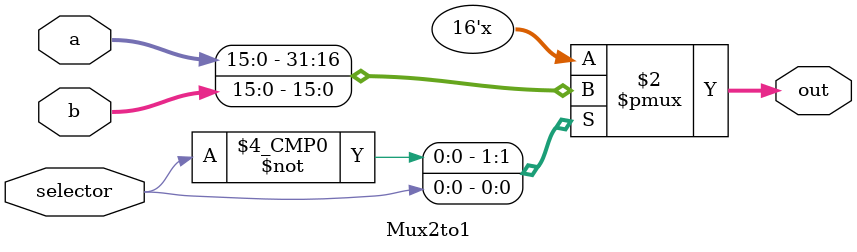
<source format=v>

module Mux2to1( input [15:0] a,
            input [15:0] b,
            input selector,
            output reg [15:0] out
   );

   always @ (a or b or selector) 
   begin
      case (selector)
         1'b0 : out <= a;
         1'b1 : out <= b;
      endcase
   end
   
endmodule
</source>
